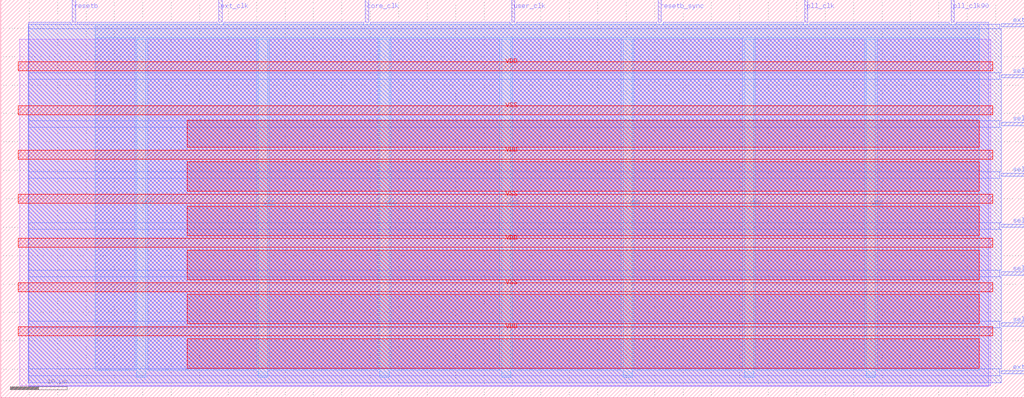
<source format=lef>
VERSION 5.7 ;
  NOWIREEXTENSIONATPIN ON ;
  DIVIDERCHAR "/" ;
  BUSBITCHARS "[]" ;
MACRO caravel_clocking
  CLASS BLOCK ;
  FOREIGN caravel_clocking ;
  ORIGIN 0.000 0.000 ;
  SIZE 180.000 BY 70.000 ;
  PIN VDD
    DIRECTION INOUT ;
    USE POWER ;
    PORT
      LAYER Metal4 ;
        RECT 23.940 3.620 25.540 63.020 ;
    END
    PORT
      LAYER Metal4 ;
        RECT 66.700 3.620 68.300 63.020 ;
    END
    PORT
      LAYER Metal4 ;
        RECT 109.460 3.620 111.060 63.020 ;
    END
    PORT
      LAYER Metal4 ;
        RECT 152.220 3.620 153.820 63.020 ;
    END
    PORT
      LAYER Metal5 ;
        RECT 3.060 10.890 174.460 12.490 ;
    END
    PORT
      LAYER Metal5 ;
        RECT 3.060 26.430 174.460 28.030 ;
    END
    PORT
      LAYER Metal5 ;
        RECT 3.060 41.970 174.460 43.570 ;
    END
    PORT
      LAYER Metal5 ;
        RECT 3.060 57.510 174.460 59.110 ;
    END
  END VDD
  PIN VSS
    DIRECTION INOUT ;
    USE GROUND ;
    PORT
      LAYER Metal4 ;
        RECT 45.320 3.620 46.920 63.020 ;
    END
    PORT
      LAYER Metal4 ;
        RECT 88.080 3.620 89.680 63.020 ;
    END
    PORT
      LAYER Metal4 ;
        RECT 130.840 3.620 132.440 63.020 ;
    END
    PORT
      LAYER Metal5 ;
        RECT 3.060 18.660 174.460 20.260 ;
    END
    PORT
      LAYER Metal5 ;
        RECT 3.060 34.200 174.460 35.800 ;
    END
    PORT
      LAYER Metal5 ;
        RECT 3.060 49.740 174.460 51.340 ;
    END
  END VSS
  PIN core_clk
    DIRECTION OUTPUT TRISTATE ;
    USE SIGNAL ;
    PORT
      LAYER Metal2 ;
        RECT 64.120 66.000 64.680 70.000 ;
    END
  END core_clk
  PIN ext_clk
    DIRECTION INPUT ;
    USE SIGNAL ;
    PORT
      LAYER Metal2 ;
        RECT 38.360 66.000 38.920 70.000 ;
    END
  END ext_clk
  PIN ext_clk_sel
    DIRECTION INPUT ;
    USE SIGNAL ;
    PORT
      LAYER Metal3 ;
        RECT 176.000 4.200 180.000 4.760 ;
    END
  END ext_clk_sel
  PIN ext_reset
    DIRECTION INPUT ;
    USE SIGNAL ;
    PORT
      LAYER Metal3 ;
        RECT 176.000 65.240 180.000 65.800 ;
    END
  END ext_reset
  PIN pll_clk
    DIRECTION INPUT ;
    USE SIGNAL ;
    PORT
      LAYER Metal2 ;
        RECT 141.400 66.000 141.960 70.000 ;
    END
  END pll_clk
  PIN pll_clk90
    DIRECTION INPUT ;
    USE SIGNAL ;
    PORT
      LAYER Metal2 ;
        RECT 167.160 66.000 167.720 70.000 ;
    END
  END pll_clk90
  PIN resetb
    DIRECTION INPUT ;
    USE SIGNAL ;
    PORT
      LAYER Metal2 ;
        RECT 12.600 66.000 13.160 70.000 ;
    END
  END resetb
  PIN resetb_sync
    DIRECTION OUTPUT TRISTATE ;
    USE SIGNAL ;
    PORT
      LAYER Metal2 ;
        RECT 115.640 66.000 116.200 70.000 ;
    END
  END resetb_sync
  PIN sel2[0]
    DIRECTION INPUT ;
    USE SIGNAL ;
    PORT
      LAYER Metal3 ;
        RECT 176.000 38.920 180.000 39.480 ;
    END
  END sel2[0]
  PIN sel2[1]
    DIRECTION INPUT ;
    USE SIGNAL ;
    PORT
      LAYER Metal3 ;
        RECT 176.000 47.880 180.000 48.440 ;
    END
  END sel2[1]
  PIN sel2[2]
    DIRECTION INPUT ;
    USE SIGNAL ;
    PORT
      LAYER Metal3 ;
        RECT 176.000 56.280 180.000 56.840 ;
    END
  END sel2[2]
  PIN sel[0]
    DIRECTION INPUT ;
    USE SIGNAL ;
    PORT
      LAYER Metal3 ;
        RECT 176.000 12.600 180.000 13.160 ;
    END
  END sel[0]
  PIN sel[1]
    DIRECTION INPUT ;
    USE SIGNAL ;
    PORT
      LAYER Metal3 ;
        RECT 176.000 21.560 180.000 22.120 ;
    END
  END sel[1]
  PIN sel[2]
    DIRECTION INPUT ;
    USE SIGNAL ;
    PORT
      LAYER Metal3 ;
        RECT 176.000 29.960 180.000 30.520 ;
    END
  END sel[2]
  PIN user_clk
    DIRECTION OUTPUT TRISTATE ;
    USE SIGNAL ;
    PORT
      LAYER Metal2 ;
        RECT 89.880 66.000 90.440 70.000 ;
    END
  END user_clk
  OBS
      LAYER Metal1 ;
        RECT 3.360 2.110 174.160 63.020 ;
      LAYER Metal2 ;
        RECT 4.900 65.700 12.300 66.000 ;
        RECT 13.460 65.700 38.060 66.000 ;
        RECT 39.220 65.700 63.820 66.000 ;
        RECT 64.980 65.700 89.580 66.000 ;
        RECT 90.740 65.700 115.340 66.000 ;
        RECT 116.500 65.700 141.100 66.000 ;
        RECT 142.260 65.700 166.860 66.000 ;
        RECT 168.020 65.700 173.740 66.000 ;
        RECT 4.900 2.050 173.740 65.700 ;
      LAYER Metal3 ;
        RECT 4.850 64.940 175.700 65.660 ;
        RECT 4.850 57.140 176.000 64.940 ;
        RECT 4.850 55.980 175.700 57.140 ;
        RECT 4.850 48.740 176.000 55.980 ;
        RECT 4.850 47.580 175.700 48.740 ;
        RECT 4.850 39.780 176.000 47.580 ;
        RECT 4.850 38.620 175.700 39.780 ;
        RECT 4.850 30.820 176.000 38.620 ;
        RECT 4.850 29.660 175.700 30.820 ;
        RECT 4.850 22.420 176.000 29.660 ;
        RECT 4.850 21.260 175.700 22.420 ;
        RECT 4.850 13.460 176.000 21.260 ;
        RECT 4.850 12.300 175.700 13.460 ;
        RECT 4.850 5.060 176.000 12.300 ;
        RECT 4.850 3.900 175.700 5.060 ;
        RECT 4.850 2.660 176.000 3.900 ;
      LAYER Metal4 ;
        RECT 16.660 63.320 172.060 65.710 ;
        RECT 16.660 4.850 23.640 63.320 ;
        RECT 25.840 4.850 45.020 63.320 ;
        RECT 47.220 4.850 66.400 63.320 ;
        RECT 68.600 4.850 87.780 63.320 ;
        RECT 89.980 4.850 109.160 63.320 ;
        RECT 111.360 4.850 130.540 63.320 ;
        RECT 132.740 4.850 151.920 63.320 ;
        RECT 154.120 4.850 172.060 63.320 ;
      LAYER Metal5 ;
        RECT 32.820 44.070 172.140 48.820 ;
        RECT 32.820 36.300 172.140 41.470 ;
        RECT 32.820 28.530 172.140 33.700 ;
        RECT 32.820 20.760 172.140 25.930 ;
        RECT 32.820 12.990 172.140 18.160 ;
        RECT 32.820 5.180 172.140 10.390 ;
  END
END caravel_clocking
END LIBRARY


</source>
